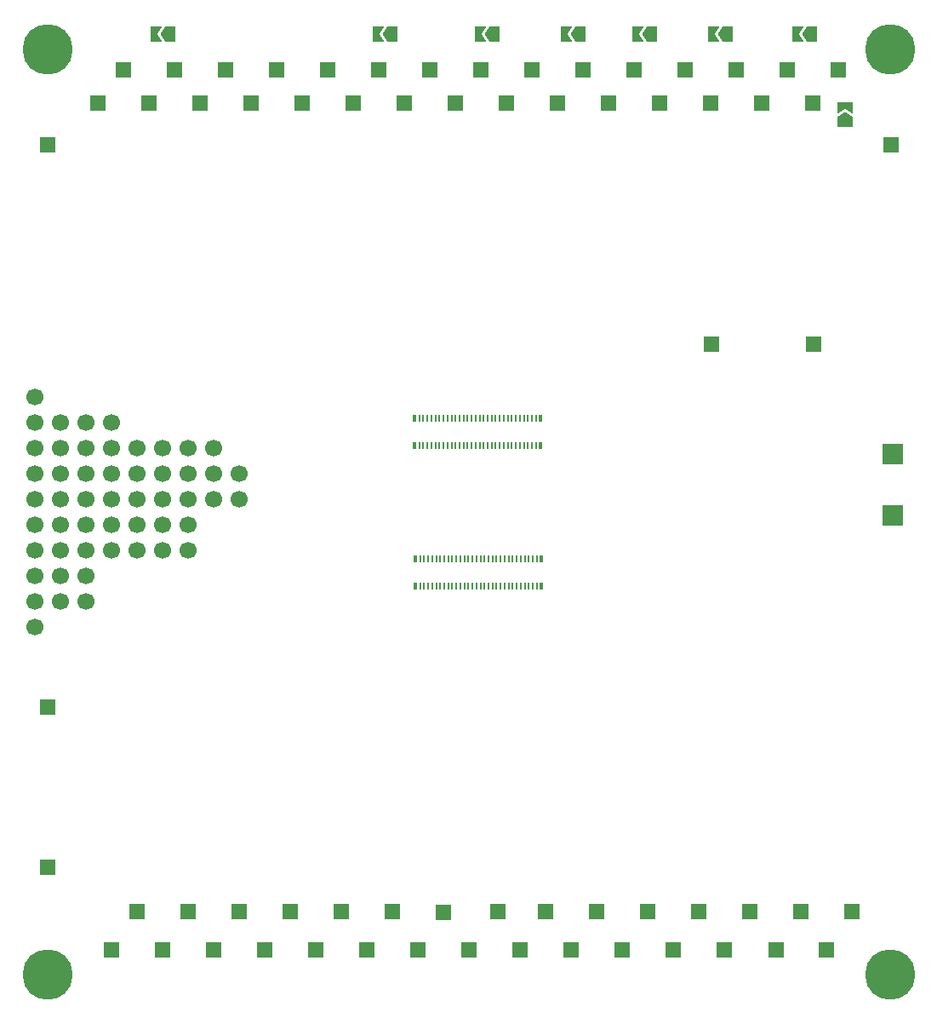
<source format=gbr>
%TF.GenerationSoftware,KiCad,Pcbnew,8.0.0*%
%TF.CreationDate,2024-03-15T19:34:49+09:00*%
%TF.ProjectId,ds_test_board3,64735f74-6573-4745-9f62-6f617264332e,rev?*%
%TF.SameCoordinates,Original*%
%TF.FileFunction,Soldermask,Bot*%
%TF.FilePolarity,Negative*%
%FSLAX46Y46*%
G04 Gerber Fmt 4.6, Leading zero omitted, Abs format (unit mm)*
G04 Created by KiCad (PCBNEW 8.0.0) date 2024-03-15 19:34:49*
%MOMM*%
%LPD*%
G01*
G04 APERTURE LIST*
G04 Aperture macros list*
%AMFreePoly0*
4,1,6,1.000000,0.000000,0.500000,-0.750000,-0.500000,-0.750000,-0.500000,0.750000,0.500000,0.750000,1.000000,0.000000,1.000000,0.000000,$1*%
%AMFreePoly1*
4,1,6,0.500000,-0.750000,-0.650000,-0.750000,-0.150000,0.000000,-0.650000,0.750000,0.500000,0.750000,0.500000,-0.750000,0.500000,-0.750000,$1*%
G04 Aperture macros list end*
%ADD10R,1.500000X1.500000*%
%ADD11C,1.700000*%
%ADD12C,2.900000*%
%ADD13C,5.000000*%
%ADD14R,2.000000X2.000000*%
%ADD15FreePoly0,180.000000*%
%ADD16FreePoly1,180.000000*%
%ADD17R,0.230000X0.660000*%
%ADD18R,0.350000X0.660000*%
%ADD19FreePoly0,90.000000*%
%ADD20FreePoly1,90.000000*%
G04 APERTURE END LIST*
D10*
%TO.C,TP95*%
X165100000Y-146710400D03*
%TD*%
%TO.C,TP35*%
X201930000Y-90297000D03*
%TD*%
%TO.C,TP37*%
X191770000Y-90297000D03*
%TD*%
%TO.C,TP79*%
X190500000Y-146685000D03*
%TD*%
%TO.C,TP69*%
X203200000Y-150495000D03*
%TD*%
%TO.C,TP73*%
X198247000Y-150495000D03*
%TD*%
%TO.C,TP81*%
X187960000Y-150495000D03*
%TD*%
%TO.C,TP93*%
X172720000Y-150495000D03*
%TD*%
%TO.C,TP83*%
X185420000Y-146685000D03*
%TD*%
%TO.C,TP67*%
X205740000Y-146685000D03*
%TD*%
%TO.C,TP95*%
X167640000Y-150495000D03*
%TD*%
%TO.C,TP85*%
X182880000Y-150495000D03*
%TD*%
%TO.C,TP91*%
X175260000Y-146685000D03*
%TD*%
%TO.C,TP93*%
X170561000Y-146685000D03*
%TD*%
%TO.C,TP87*%
X180340000Y-146685000D03*
%TD*%
%TO.C,TP75*%
X195580000Y-146685000D03*
%TD*%
%TO.C,TP89*%
X177800000Y-150495000D03*
%TD*%
%TO.C,TP77*%
X193040000Y-150495000D03*
%TD*%
%TO.C,TP71*%
X200660000Y-146685000D03*
%TD*%
%TO.C,TP11*%
X179032000Y-62992000D03*
%TD*%
%TO.C,TP111*%
X149860000Y-146685000D03*
%TD*%
%TO.C,TP117*%
X142240000Y-150495000D03*
%TD*%
%TO.C,TP115*%
X144780000Y-146685000D03*
%TD*%
%TO.C,TP113*%
X147320000Y-150495000D03*
%TD*%
%TO.C,TP119*%
X139700000Y-146685000D03*
%TD*%
%TO.C,TP10*%
X181559200Y-66268600D03*
%TD*%
%TO.C,TP101*%
X162560000Y-150495000D03*
%TD*%
%TO.C,TP107*%
X154940000Y-146685000D03*
%TD*%
%TO.C,TP105*%
X157480000Y-150495000D03*
%TD*%
%TO.C,TP109*%
X152400000Y-150495000D03*
%TD*%
%TO.C,TP103*%
X160020000Y-146685000D03*
%TD*%
%TO.C,TP125*%
X132080000Y-150495000D03*
%TD*%
%TO.C,TP121*%
X137160000Y-150495000D03*
%TD*%
%TO.C,TP12*%
X176479200Y-66268600D03*
%TD*%
%TO.C,TP127*%
X125730000Y-126365000D03*
%TD*%
%TO.C,TP123*%
X134620000Y-146685000D03*
%TD*%
%TO.C,TP128*%
X125730000Y-142240000D03*
%TD*%
%TO.C,TP21*%
X153632000Y-62992000D03*
%TD*%
%TO.C,TP19*%
X158712000Y-62992000D03*
%TD*%
%TO.C,TP20*%
X156159200Y-66268600D03*
%TD*%
%TO.C,TP17*%
X163792000Y-62992000D03*
%TD*%
%TO.C,TP14*%
X171399200Y-66268600D03*
%TD*%
%TO.C,TP6*%
X191719200Y-66268600D03*
%TD*%
%TO.C,TP18*%
X161239200Y-66268600D03*
%TD*%
%TO.C,TP1*%
X204432000Y-62992000D03*
%TD*%
%TO.C,TP4*%
X196799200Y-66268600D03*
%TD*%
%TO.C,TP23*%
X148552000Y-62992000D03*
%TD*%
%TO.C,TP5*%
X194272000Y-62992000D03*
%TD*%
%TO.C,TP16*%
X166319200Y-66268600D03*
%TD*%
%TO.C,TP7*%
X189192000Y-62992000D03*
%TD*%
%TO.C,TP2*%
X201879200Y-66268600D03*
%TD*%
%TO.C,TP28*%
X135839200Y-66268600D03*
%TD*%
%TO.C,TP15*%
X168872000Y-62992000D03*
%TD*%
%TO.C,TP9*%
X184112000Y-62992000D03*
%TD*%
%TO.C,TP8*%
X186639200Y-66268600D03*
%TD*%
%TO.C,TP22*%
X151079200Y-66268600D03*
%TD*%
%TO.C,TP29*%
X133312000Y-62992000D03*
%TD*%
%TO.C,TP30*%
X130759200Y-66268600D03*
%TD*%
%TO.C,TP27*%
X138392000Y-62992000D03*
%TD*%
%TO.C,TP63*%
X209677000Y-70485000D03*
%TD*%
%TO.C,TP25*%
X143472000Y-62992000D03*
%TD*%
%TO.C,TP24*%
X145999200Y-66268600D03*
%TD*%
%TO.C,TP26*%
X140919200Y-66268600D03*
%TD*%
%TO.C,TP3*%
X199352000Y-62992000D03*
%TD*%
%TO.C,TP61*%
X125730000Y-70485000D03*
%TD*%
%TO.C,TP13*%
X173952000Y-62992000D03*
%TD*%
D11*
%TO.C,REF\u002A\u002A*%
X137160000Y-105664000D03*
%TD*%
%TO.C,REF\u002A\u002A*%
X127000000Y-110744000D03*
%TD*%
D12*
%TO.C,REF\u002A\u002A*%
X125730000Y-60960000D03*
D13*
X125730000Y-60960000D03*
%TD*%
D11*
%TO.C,REF\u002A\u002A*%
X144780000Y-105664000D03*
%TD*%
%TO.C,REF\u002A\u002A*%
X132080000Y-110744000D03*
%TD*%
%TO.C,REF\u002A\u002A*%
X129540000Y-98044000D03*
%TD*%
%TO.C,REF\u002A\u002A*%
X129540000Y-113284000D03*
%TD*%
%TO.C,REF\u002A\u002A*%
X139700000Y-100584000D03*
%TD*%
%TO.C,REF\u002A\u002A*%
X132080000Y-103124000D03*
%TD*%
%TO.C,REF\u002A\u002A*%
X124460000Y-113284000D03*
%TD*%
%TO.C,REF\u002A\u002A*%
X127000000Y-108204000D03*
%TD*%
%TO.C,REF\u002A\u002A*%
X124460000Y-110744000D03*
%TD*%
%TO.C,REF\u002A\u002A*%
X124460000Y-100584000D03*
%TD*%
D14*
%TO.C,REF\u002A\u002A*%
X209804000Y-101219000D03*
%TD*%
D11*
%TO.C,REF\u002A\u002A*%
X124460000Y-115824000D03*
%TD*%
%TO.C,REF\u002A\u002A*%
X132080000Y-100584000D03*
%TD*%
D12*
%TO.C,REF\u002A\u002A*%
X125730000Y-152908000D03*
D13*
X125730000Y-152908000D03*
%TD*%
D11*
%TO.C,REF\u002A\u002A*%
X134620000Y-100584000D03*
%TD*%
%TO.C,REF\u002A\u002A*%
X124460000Y-95504000D03*
%TD*%
%TO.C,REF\u002A\u002A*%
X127000000Y-115824000D03*
%TD*%
%TO.C,REF\u002A\u002A*%
X129540000Y-108204000D03*
%TD*%
%TO.C,REF\u002A\u002A*%
X139700000Y-108204000D03*
%TD*%
%TO.C,REF\u002A\u002A*%
X137160000Y-103124000D03*
%TD*%
D12*
%TO.C,REF\u002A\u002A*%
X209550000Y-60960000D03*
D13*
X209550000Y-60960000D03*
%TD*%
D12*
%TO.C,REF\u002A\u002A*%
X209550000Y-152908000D03*
D13*
X209550000Y-152908000D03*
%TD*%
D11*
%TO.C,REF\u002A\u002A*%
X124460000Y-105664000D03*
%TD*%
D14*
%TO.C,REF\u002A\u002A*%
X209804000Y-107315000D03*
%TD*%
D11*
%TO.C,REF\u002A\u002A*%
X134620000Y-110744000D03*
%TD*%
%TO.C,REF\u002A\u002A*%
X127000000Y-98044000D03*
%TD*%
%TO.C,REF\u002A\u002A*%
X144780000Y-103124000D03*
%TD*%
%TO.C,REF\u002A\u002A*%
X127000000Y-103124000D03*
%TD*%
%TO.C,REF\u002A\u002A*%
X132080000Y-105664000D03*
%TD*%
%TO.C,REF\u002A\u002A*%
X142240000Y-103124000D03*
%TD*%
%TO.C,REF\u002A\u002A*%
X124460000Y-103124000D03*
%TD*%
%TO.C,REF\u002A\u002A*%
X129540000Y-105664000D03*
%TD*%
%TO.C,REF\u002A\u002A*%
X129540000Y-103124000D03*
%TD*%
%TO.C,REF\u002A\u002A*%
X137160000Y-108204000D03*
%TD*%
%TO.C,REF\u002A\u002A*%
X137160000Y-100584000D03*
%TD*%
%TO.C,REF\u002A\u002A*%
X132080000Y-108204000D03*
%TD*%
%TO.C,REF\u002A\u002A*%
X139700000Y-103124000D03*
%TD*%
%TO.C,REF\u002A\u002A*%
X129540000Y-110744000D03*
%TD*%
%TO.C,REF\u002A\u002A*%
X129540000Y-115824000D03*
%TD*%
%TO.C,REF\u002A\u002A*%
X127000000Y-100584000D03*
%TD*%
%TO.C,REF\u002A\u002A*%
X137160000Y-110744000D03*
%TD*%
%TO.C,REF\u002A\u002A*%
X134620000Y-105664000D03*
%TD*%
%TO.C,REF\u002A\u002A*%
X134620000Y-103124000D03*
%TD*%
%TO.C,REF\u002A\u002A*%
X127000000Y-105664000D03*
%TD*%
%TO.C,REF\u002A\u002A*%
X142240000Y-100584000D03*
%TD*%
%TO.C,REF\u002A\u002A*%
X139700000Y-105664000D03*
%TD*%
%TO.C,REF\u002A\u002A*%
X132080000Y-98044000D03*
%TD*%
%TO.C,REF\u002A\u002A*%
X134620000Y-108204000D03*
%TD*%
%TO.C,REF\u002A\u002A*%
X124460000Y-118364000D03*
%TD*%
%TO.C,REF\u002A\u002A*%
X124460000Y-108204000D03*
%TD*%
%TO.C,REF\u002A\u002A*%
X127000000Y-113284000D03*
%TD*%
%TO.C,REF\u002A\u002A*%
X129540000Y-100584000D03*
%TD*%
%TO.C,REF\u002A\u002A*%
X142240000Y-105664000D03*
%TD*%
%TO.C,REF\u002A\u002A*%
X139700000Y-110744000D03*
%TD*%
%TO.C,REF\u002A\u002A*%
X124460000Y-98044000D03*
%TD*%
D15*
%TO.C,REF\u002A\u002A*%
X170180000Y-59436000D03*
D16*
X168730000Y-59436000D03*
%TD*%
D15*
%TO.C,REF\u002A\u002A*%
X160020000Y-59436000D03*
D16*
X158570000Y-59436000D03*
%TD*%
D15*
%TO.C,REF\u002A\u002A*%
X137922000Y-59436000D03*
D16*
X136472000Y-59436000D03*
%TD*%
D15*
%TO.C,REF\u002A\u002A*%
X193384000Y-59436000D03*
D16*
X191934000Y-59436000D03*
%TD*%
D15*
%TO.C,REF\u002A\u002A*%
X185891000Y-59436000D03*
D16*
X184441000Y-59436000D03*
%TD*%
D17*
%TO.C,J1*%
X162808000Y-111620000D03*
X162808000Y-114330000D03*
X163208000Y-111620000D03*
X163208000Y-114330000D03*
X163608000Y-111620000D03*
X163608000Y-114330000D03*
X164008000Y-111620000D03*
X164008000Y-114330000D03*
X164408000Y-111620000D03*
X164408000Y-114330000D03*
X164808000Y-111620000D03*
X164808000Y-114330000D03*
X165208000Y-111620000D03*
X165208000Y-114330000D03*
X165608000Y-111620000D03*
X165608000Y-114330000D03*
X166008000Y-111620000D03*
X166008000Y-114330000D03*
X166408000Y-111620000D03*
X166408000Y-114330000D03*
X166808000Y-111620000D03*
X166808000Y-114330000D03*
X167208000Y-111620000D03*
X167208000Y-114330000D03*
X167608000Y-111620000D03*
X167608000Y-114330000D03*
X168008000Y-111620000D03*
X168008000Y-114330000D03*
X168408000Y-111620000D03*
X168408000Y-114330000D03*
X168808000Y-111620000D03*
X168808000Y-114330000D03*
X169208000Y-111620000D03*
X169208000Y-114330000D03*
X169608000Y-111620000D03*
X169608000Y-114330000D03*
X170008000Y-111620000D03*
X170008000Y-114330000D03*
X170408000Y-111620000D03*
X170408000Y-114330000D03*
X170808000Y-111620000D03*
X170808000Y-114330000D03*
X171208000Y-111620000D03*
X171208000Y-114330000D03*
X171608000Y-111620000D03*
X171608000Y-114330000D03*
X172008000Y-111620000D03*
X172008000Y-114330000D03*
X172408000Y-111620000D03*
X172408000Y-114330000D03*
X172808000Y-111620000D03*
X172808000Y-114330000D03*
X173208000Y-111620000D03*
X173208000Y-114330000D03*
X173608000Y-111620000D03*
X173608000Y-114330000D03*
X174008000Y-111620000D03*
X174008000Y-114330000D03*
X174408000Y-111620000D03*
X174408000Y-114330000D03*
D18*
X162333000Y-114330000D03*
X162333000Y-111620000D03*
X174883000Y-111620000D03*
X174883000Y-114330000D03*
%TD*%
D17*
%TO.C,J2*%
X162726000Y-97620000D03*
X162726000Y-100330000D03*
X163126000Y-97620000D03*
X163126000Y-100330000D03*
X163526000Y-97620000D03*
X163526000Y-100330000D03*
X163926000Y-97620000D03*
X163926000Y-100330000D03*
X164326000Y-97620000D03*
X164326000Y-100330000D03*
X164726000Y-97620000D03*
X164726000Y-100330000D03*
X165126000Y-97620000D03*
X165126000Y-100330000D03*
X165526000Y-97620000D03*
X165526000Y-100330000D03*
X165926000Y-97620000D03*
X165926000Y-100330000D03*
X166326000Y-97620000D03*
X166326000Y-100330000D03*
X166726000Y-97620000D03*
X166726000Y-100330000D03*
X167126000Y-97620000D03*
X167126000Y-100330000D03*
X167526000Y-97620000D03*
X167526000Y-100330000D03*
X167926000Y-97620000D03*
X167926000Y-100330000D03*
X168326000Y-97620000D03*
X168326000Y-100330000D03*
X168726000Y-97620000D03*
X168726000Y-100330000D03*
X169126000Y-97620000D03*
X169126000Y-100330000D03*
X169526000Y-97620000D03*
X169526000Y-100330000D03*
X169926000Y-97620000D03*
X169926000Y-100330000D03*
X170326000Y-97620000D03*
X170326000Y-100330000D03*
X170726000Y-97620000D03*
X170726000Y-100330000D03*
X171126000Y-97620000D03*
X171126000Y-100330000D03*
X171526000Y-97620000D03*
X171526000Y-100330000D03*
X171926000Y-97620000D03*
X171926000Y-100330000D03*
X172326000Y-97620000D03*
X172326000Y-100330000D03*
X172726000Y-97620000D03*
X172726000Y-100330000D03*
X173126000Y-97620000D03*
X173126000Y-100330000D03*
X173526000Y-97620000D03*
X173526000Y-100330000D03*
X173926000Y-97620000D03*
X173926000Y-100330000D03*
X174326000Y-97620000D03*
X174326000Y-100330000D03*
D18*
X162251000Y-100330000D03*
X162251000Y-97620000D03*
X174801000Y-97620000D03*
X174801000Y-100330000D03*
%TD*%
D15*
%TO.C,REF\u002A\u002A*%
X178742000Y-59436000D03*
D16*
X177292000Y-59436000D03*
%TD*%
D19*
%TO.C,REF\u002A\u002A*%
X205105000Y-68162000D03*
D20*
X205105000Y-66712000D03*
%TD*%
D15*
%TO.C,REF\u002A\u002A*%
X201766000Y-59436000D03*
D16*
X200316000Y-59436000D03*
%TD*%
M02*

</source>
